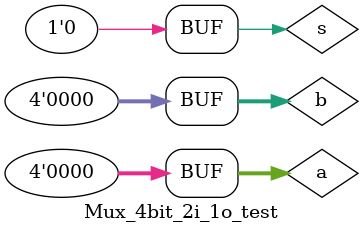
<source format=v>
`timescale 1ns / 1ps


module Mux_4bit_2i_1o_test;

	// Inputs
	reg s;
	reg [3:0] a;
	reg [3:0] b;

	// Outputs
	wire [3:0] r;

	// Instantiate the Unit Under Test (UUT)
	Mux_4bit_2i_1o uut (
		.s(s), 
		.a(a), 
		.b(b), 
		.r(r)
	);

	initial begin
		// Initialize Inputs
		s = 0;
		a = 0;
		b = 0;
		
		#50;
		repeat (2) begin //S
			repeat (8) begin //A
				repeat (8) begin //B
				#10;
				//Test
				if(s == 0 && r !=a)		// s = 0, choose a
					$display("fail");
				else if(s == 1 && r != b)	// s = 1, choose b
					$display("fail");
				else
					$display("pass");
				b = b+2;
				end //End B
				a = a + 2;
			end //End A
			s = s +1;
		end //End S
	end
endmodule


</source>
